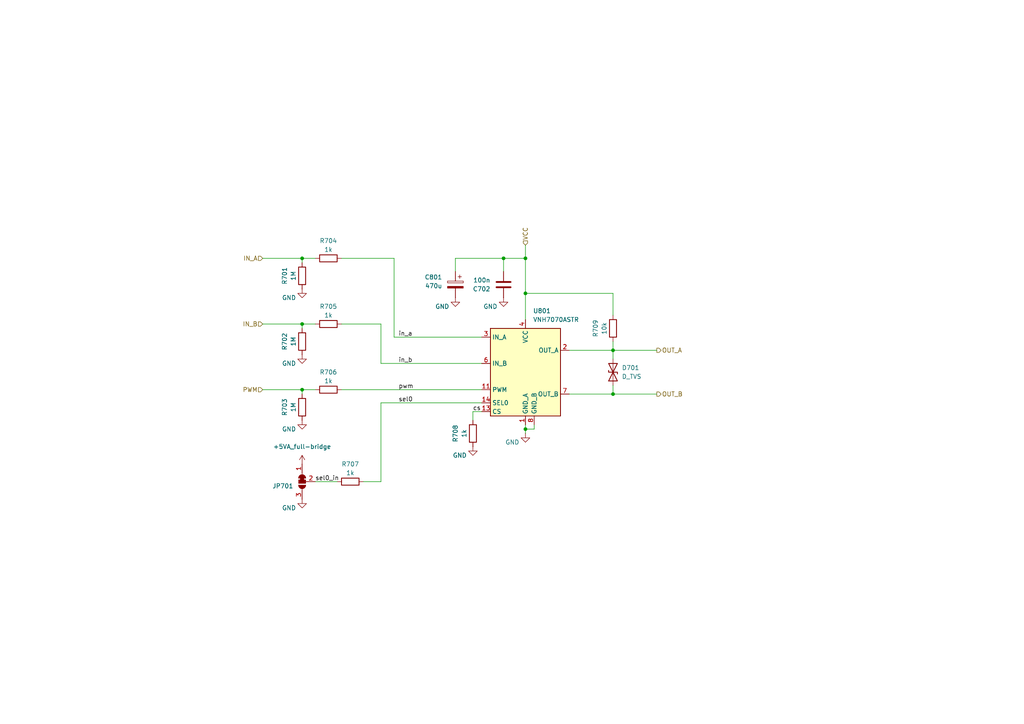
<source format=kicad_sch>
(kicad_sch
	(version 20231120)
	(generator "eeschema")
	(generator_version "8.0")
	(uuid "d7d94d9e-4789-4f29-bfaa-dfd2a87b9efa")
	(paper "A4")
	(title_block
		(title "Power Supply Sink")
		(date "2025-02-22")
		(rev "1.1.2")
		(company "Open Battery Tester")
		(comment 1 "Full Bridge")
	)
	(lib_symbols
		(symbol "enclosure:+5VA_full-bridge"
			(power)
			(pin_numbers hide)
			(pin_names
				(offset 0) hide)
			(exclude_from_sim no)
			(in_bom yes)
			(on_board yes)
			(property "Reference" "#PWR"
				(at 0 -3.81 0)
				(effects
					(font
						(size 1.27 1.27)
					)
					(hide yes)
				)
			)
			(property "Value" "+5VA_full-bridge"
				(at 0 3.556 0)
				(effects
					(font
						(size 1.27 1.27)
					)
				)
			)
			(property "Footprint" ""
				(at 0 0 0)
				(effects
					(font
						(size 1.27 1.27)
					)
					(hide yes)
				)
			)
			(property "Datasheet" ""
				(at 0 0 0)
				(effects
					(font
						(size 1.27 1.27)
					)
					(hide yes)
				)
			)
			(property "Description" ""
				(at 0 0 0)
				(effects
					(font
						(size 1.27 1.27)
					)
					(hide yes)
				)
			)
			(property "ki_keywords" "global power"
				(at 0 0 0)
				(effects
					(font
						(size 1.27 1.27)
					)
					(hide yes)
				)
			)
			(symbol "+5VA_full-bridge_0_1"
				(polyline
					(pts
						(xy -0.762 1.27) (xy 0 2.54)
					)
					(stroke
						(width 0)
						(type default)
					)
					(fill
						(type none)
					)
				)
				(polyline
					(pts
						(xy 0 0) (xy 0 2.54)
					)
					(stroke
						(width 0)
						(type default)
					)
					(fill
						(type none)
					)
				)
				(polyline
					(pts
						(xy 0 2.54) (xy 0.762 1.27)
					)
					(stroke
						(width 0)
						(type default)
					)
					(fill
						(type none)
					)
				)
			)
			(symbol "+5VA_full-bridge_1_1"
				(pin power_in line
					(at 0 0 90)
					(length 0)
					(name "~"
						(effects
							(font
								(size 1.27 1.27)
							)
						)
					)
					(number "1"
						(effects
							(font
								(size 1.27 1.27)
							)
						)
					)
				)
			)
		)
		(symbol "enclosure:C"
			(pin_numbers hide)
			(pin_names
				(offset 0.254)
			)
			(exclude_from_sim no)
			(in_bom yes)
			(on_board yes)
			(property "Reference" "C"
				(at 0.635 2.54 0)
				(effects
					(font
						(size 1.27 1.27)
					)
					(justify left)
				)
			)
			(property "Value" "C"
				(at 0.635 -2.54 0)
				(effects
					(font
						(size 1.27 1.27)
					)
					(justify left)
				)
			)
			(property "Footprint" ""
				(at 0.9652 -3.81 0)
				(effects
					(font
						(size 1.27 1.27)
					)
					(hide yes)
				)
			)
			(property "Datasheet" "~"
				(at 0 0 0)
				(effects
					(font
						(size 1.27 1.27)
					)
					(hide yes)
				)
			)
			(property "Description" "Unpolarized capacitor"
				(at 0 0 0)
				(effects
					(font
						(size 1.27 1.27)
					)
					(hide yes)
				)
			)
			(property "ki_keywords" "cap capacitor"
				(at 0 0 0)
				(effects
					(font
						(size 1.27 1.27)
					)
					(hide yes)
				)
			)
			(property "ki_fp_filters" "C_*"
				(at 0 0 0)
				(effects
					(font
						(size 1.27 1.27)
					)
					(hide yes)
				)
			)
			(symbol "C_0_1"
				(polyline
					(pts
						(xy -2.032 -0.762) (xy 2.032 -0.762)
					)
					(stroke
						(width 0.508)
						(type default)
					)
					(fill
						(type none)
					)
				)
				(polyline
					(pts
						(xy -2.032 0.762) (xy 2.032 0.762)
					)
					(stroke
						(width 0.508)
						(type default)
					)
					(fill
						(type none)
					)
				)
			)
			(symbol "C_1_1"
				(pin passive line
					(at 0 3.81 270)
					(length 2.794)
					(name "~"
						(effects
							(font
								(size 1.27 1.27)
							)
						)
					)
					(number "1"
						(effects
							(font
								(size 1.27 1.27)
							)
						)
					)
				)
				(pin passive line
					(at 0 -3.81 90)
					(length 2.794)
					(name "~"
						(effects
							(font
								(size 1.27 1.27)
							)
						)
					)
					(number "2"
						(effects
							(font
								(size 1.27 1.27)
							)
						)
					)
				)
			)
		)
		(symbol "enclosure:C_Polarized"
			(pin_numbers hide)
			(pin_names
				(offset 0.254)
			)
			(exclude_from_sim no)
			(in_bom yes)
			(on_board yes)
			(property "Reference" "C"
				(at 0.635 2.54 0)
				(effects
					(font
						(size 1.27 1.27)
					)
					(justify left)
				)
			)
			(property "Value" "C_Polarized"
				(at 0.635 -2.54 0)
				(effects
					(font
						(size 1.27 1.27)
					)
					(justify left)
				)
			)
			(property "Footprint" ""
				(at 0.9652 -3.81 0)
				(effects
					(font
						(size 1.27 1.27)
					)
					(hide yes)
				)
			)
			(property "Datasheet" "~"
				(at 0 0 0)
				(effects
					(font
						(size 1.27 1.27)
					)
					(hide yes)
				)
			)
			(property "Description" "Polarized capacitor"
				(at 0 0 0)
				(effects
					(font
						(size 1.27 1.27)
					)
					(hide yes)
				)
			)
			(property "ki_keywords" "cap capacitor"
				(at 0 0 0)
				(effects
					(font
						(size 1.27 1.27)
					)
					(hide yes)
				)
			)
			(property "ki_fp_filters" "CP_*"
				(at 0 0 0)
				(effects
					(font
						(size 1.27 1.27)
					)
					(hide yes)
				)
			)
			(symbol "C_Polarized_0_1"
				(rectangle
					(start -2.286 -0.508)
					(end 2.286 -1.016)
					(stroke
						(width 0)
						(type default)
					)
					(fill
						(type outline)
					)
				)
				(rectangle
					(start -2.286 0.508)
					(end 2.286 1.016)
					(stroke
						(width 0)
						(type default)
					)
					(fill
						(type none)
					)
				)
				(polyline
					(pts
						(xy -1.778 2.286) (xy -0.762 2.286)
					)
					(stroke
						(width 0)
						(type default)
					)
					(fill
						(type none)
					)
				)
				(polyline
					(pts
						(xy -1.27 2.794) (xy -1.27 1.778)
					)
					(stroke
						(width 0)
						(type default)
					)
					(fill
						(type none)
					)
				)
			)
			(symbol "C_Polarized_1_1"
				(pin passive line
					(at 0 3.81 270)
					(length 2.794)
					(name "~"
						(effects
							(font
								(size 1.27 1.27)
							)
						)
					)
					(number "1"
						(effects
							(font
								(size 1.27 1.27)
							)
						)
					)
				)
				(pin passive line
					(at 0 -3.81 90)
					(length 2.794)
					(name "~"
						(effects
							(font
								(size 1.27 1.27)
							)
						)
					)
					(number "2"
						(effects
							(font
								(size 1.27 1.27)
							)
						)
					)
				)
			)
		)
		(symbol "enclosure:D_TVS"
			(pin_numbers hide)
			(pin_names
				(offset 1.016) hide)
			(exclude_from_sim no)
			(in_bom yes)
			(on_board yes)
			(property "Reference" "D"
				(at 0 2.54 0)
				(effects
					(font
						(size 1.27 1.27)
					)
				)
			)
			(property "Value" "D_TVS"
				(at 0 -2.54 0)
				(effects
					(font
						(size 1.27 1.27)
					)
				)
			)
			(property "Footprint" ""
				(at 0 0 0)
				(effects
					(font
						(size 1.27 1.27)
					)
					(hide yes)
				)
			)
			(property "Datasheet" "~"
				(at 0 0 0)
				(effects
					(font
						(size 1.27 1.27)
					)
					(hide yes)
				)
			)
			(property "Description" "Bidirectional transient-voltage-suppression diode"
				(at 0 0 0)
				(effects
					(font
						(size 1.27 1.27)
					)
					(hide yes)
				)
			)
			(property "ki_keywords" "diode TVS thyrector"
				(at 0 0 0)
				(effects
					(font
						(size 1.27 1.27)
					)
					(hide yes)
				)
			)
			(property "ki_fp_filters" "TO-???* *_Diode_* *SingleDiode* D_*"
				(at 0 0 0)
				(effects
					(font
						(size 1.27 1.27)
					)
					(hide yes)
				)
			)
			(symbol "D_TVS_0_1"
				(polyline
					(pts
						(xy 1.27 0) (xy -1.27 0)
					)
					(stroke
						(width 0)
						(type default)
					)
					(fill
						(type none)
					)
				)
				(polyline
					(pts
						(xy 0.508 1.27) (xy 0 1.27) (xy 0 -1.27) (xy -0.508 -1.27)
					)
					(stroke
						(width 0.254)
						(type default)
					)
					(fill
						(type none)
					)
				)
				(polyline
					(pts
						(xy -2.54 1.27) (xy -2.54 -1.27) (xy 2.54 1.27) (xy 2.54 -1.27) (xy -2.54 1.27)
					)
					(stroke
						(width 0.254)
						(type default)
					)
					(fill
						(type none)
					)
				)
			)
			(symbol "D_TVS_1_1"
				(pin passive line
					(at -3.81 0 0)
					(length 2.54)
					(name "A1"
						(effects
							(font
								(size 1.27 1.27)
							)
						)
					)
					(number "1"
						(effects
							(font
								(size 1.27 1.27)
							)
						)
					)
				)
				(pin passive line
					(at 3.81 0 180)
					(length 2.54)
					(name "A2"
						(effects
							(font
								(size 1.27 1.27)
							)
						)
					)
					(number "2"
						(effects
							(font
								(size 1.27 1.27)
							)
						)
					)
				)
			)
		)
		(symbol "enclosure:GND"
			(power)
			(pin_numbers hide)
			(pin_names
				(offset 0) hide)
			(exclude_from_sim no)
			(in_bom yes)
			(on_board yes)
			(property "Reference" "#PWR"
				(at 0 -6.35 0)
				(effects
					(font
						(size 1.27 1.27)
					)
					(hide yes)
				)
			)
			(property "Value" "GND"
				(at 0 -3.81 0)
				(effects
					(font
						(size 1.27 1.27)
					)
				)
			)
			(property "Footprint" ""
				(at 0 0 0)
				(effects
					(font
						(size 1.27 1.27)
					)
					(hide yes)
				)
			)
			(property "Datasheet" ""
				(at 0 0 0)
				(effects
					(font
						(size 1.27 1.27)
					)
					(hide yes)
				)
			)
			(property "Description" "Power symbol creates a global label with name \"GND\" , ground"
				(at 0 0 0)
				(effects
					(font
						(size 1.27 1.27)
					)
					(hide yes)
				)
			)
			(property "ki_keywords" "global power"
				(at 0 0 0)
				(effects
					(font
						(size 1.27 1.27)
					)
					(hide yes)
				)
			)
			(symbol "GND_0_1"
				(polyline
					(pts
						(xy 0 0) (xy 0 -1.27) (xy 1.27 -1.27) (xy 0 -2.54) (xy -1.27 -1.27) (xy 0 -1.27)
					)
					(stroke
						(width 0)
						(type default)
					)
					(fill
						(type none)
					)
				)
			)
			(symbol "GND_1_1"
				(pin power_in line
					(at 0 0 270)
					(length 0)
					(name "~"
						(effects
							(font
								(size 1.27 1.27)
							)
						)
					)
					(number "1"
						(effects
							(font
								(size 1.27 1.27)
							)
						)
					)
				)
			)
		)
		(symbol "enclosure:R"
			(pin_numbers hide)
			(pin_names
				(offset 0)
			)
			(exclude_from_sim no)
			(in_bom yes)
			(on_board yes)
			(property "Reference" "R"
				(at 2.032 0 90)
				(effects
					(font
						(size 1.27 1.27)
					)
				)
			)
			(property "Value" "R"
				(at 0 0 90)
				(effects
					(font
						(size 1.27 1.27)
					)
				)
			)
			(property "Footprint" ""
				(at -1.778 0 90)
				(effects
					(font
						(size 1.27 1.27)
					)
					(hide yes)
				)
			)
			(property "Datasheet" "~"
				(at 0 0 0)
				(effects
					(font
						(size 1.27 1.27)
					)
					(hide yes)
				)
			)
			(property "Description" "Resistor"
				(at 0 0 0)
				(effects
					(font
						(size 1.27 1.27)
					)
					(hide yes)
				)
			)
			(property "ki_keywords" "R res resistor"
				(at 0 0 0)
				(effects
					(font
						(size 1.27 1.27)
					)
					(hide yes)
				)
			)
			(property "ki_fp_filters" "R_*"
				(at 0 0 0)
				(effects
					(font
						(size 1.27 1.27)
					)
					(hide yes)
				)
			)
			(symbol "R_0_1"
				(rectangle
					(start -1.016 -2.54)
					(end 1.016 2.54)
					(stroke
						(width 0.254)
						(type default)
					)
					(fill
						(type none)
					)
				)
			)
			(symbol "R_1_1"
				(pin passive line
					(at 0 3.81 270)
					(length 1.27)
					(name "~"
						(effects
							(font
								(size 1.27 1.27)
							)
						)
					)
					(number "1"
						(effects
							(font
								(size 1.27 1.27)
							)
						)
					)
				)
				(pin passive line
					(at 0 -3.81 90)
					(length 1.27)
					(name "~"
						(effects
							(font
								(size 1.27 1.27)
							)
						)
					)
					(number "2"
						(effects
							(font
								(size 1.27 1.27)
							)
						)
					)
				)
			)
		)
		(symbol "enclosure:SolderJumper_3_Bridged12"
			(pin_names
				(offset 0) hide)
			(exclude_from_sim yes)
			(in_bom no)
			(on_board yes)
			(property "Reference" "JP"
				(at -2.54 -2.54 0)
				(effects
					(font
						(size 1.27 1.27)
					)
				)
			)
			(property "Value" "SolderJumper_3_Bridged12"
				(at 0 2.794 0)
				(effects
					(font
						(size 1.27 1.27)
					)
				)
			)
			(property "Footprint" ""
				(at 0 0 0)
				(effects
					(font
						(size 1.27 1.27)
					)
					(hide yes)
				)
			)
			(property "Datasheet" "~"
				(at 0 0 0)
				(effects
					(font
						(size 1.27 1.27)
					)
					(hide yes)
				)
			)
			(property "Description" "3-pole Solder Jumper, pins 1+2 closed/bridged"
				(at 0 0 0)
				(effects
					(font
						(size 1.27 1.27)
					)
					(hide yes)
				)
			)
			(property "ki_keywords" "Solder Jumper SPDT"
				(at 0 0 0)
				(effects
					(font
						(size 1.27 1.27)
					)
					(hide yes)
				)
			)
			(property "ki_fp_filters" "SolderJumper*Bridged12*"
				(at 0 0 0)
				(effects
					(font
						(size 1.27 1.27)
					)
					(hide yes)
				)
			)
			(symbol "SolderJumper_3_Bridged12_0_1"
				(rectangle
					(start -1.016 0.508)
					(end -0.508 -0.508)
					(stroke
						(width 0)
						(type default)
					)
					(fill
						(type outline)
					)
				)
				(arc
					(start -1.016 1.016)
					(mid -2.0276 0)
					(end -1.016 -1.016)
					(stroke
						(width 0)
						(type default)
					)
					(fill
						(type none)
					)
				)
				(arc
					(start -1.016 1.016)
					(mid -2.0276 0)
					(end -1.016 -1.016)
					(stroke
						(width 0)
						(type default)
					)
					(fill
						(type outline)
					)
				)
				(rectangle
					(start -0.508 1.016)
					(end 0.508 -1.016)
					(stroke
						(width 0)
						(type default)
					)
					(fill
						(type outline)
					)
				)
				(polyline
					(pts
						(xy -2.54 0) (xy -2.032 0)
					)
					(stroke
						(width 0)
						(type default)
					)
					(fill
						(type none)
					)
				)
				(polyline
					(pts
						(xy -1.016 1.016) (xy -1.016 -1.016)
					)
					(stroke
						(width 0)
						(type default)
					)
					(fill
						(type none)
					)
				)
				(polyline
					(pts
						(xy 0 -1.27) (xy 0 -1.016)
					)
					(stroke
						(width 0)
						(type default)
					)
					(fill
						(type none)
					)
				)
				(polyline
					(pts
						(xy 1.016 1.016) (xy 1.016 -1.016)
					)
					(stroke
						(width 0)
						(type default)
					)
					(fill
						(type none)
					)
				)
				(polyline
					(pts
						(xy 2.54 0) (xy 2.032 0)
					)
					(stroke
						(width 0)
						(type default)
					)
					(fill
						(type none)
					)
				)
				(arc
					(start 1.016 -1.016)
					(mid 2.0276 0)
					(end 1.016 1.016)
					(stroke
						(width 0)
						(type default)
					)
					(fill
						(type none)
					)
				)
				(arc
					(start 1.016 -1.016)
					(mid 2.0276 0)
					(end 1.016 1.016)
					(stroke
						(width 0)
						(type default)
					)
					(fill
						(type outline)
					)
				)
			)
			(symbol "SolderJumper_3_Bridged12_1_1"
				(pin passive line
					(at -5.08 0 0)
					(length 2.54)
					(name "A"
						(effects
							(font
								(size 1.27 1.27)
							)
						)
					)
					(number "1"
						(effects
							(font
								(size 1.27 1.27)
							)
						)
					)
				)
				(pin passive line
					(at 0 -3.81 90)
					(length 2.54)
					(name "C"
						(effects
							(font
								(size 1.27 1.27)
							)
						)
					)
					(number "2"
						(effects
							(font
								(size 1.27 1.27)
							)
						)
					)
				)
				(pin passive line
					(at 5.08 0 180)
					(length 2.54)
					(name "B"
						(effects
							(font
								(size 1.27 1.27)
							)
						)
					)
					(number "3"
						(effects
							(font
								(size 1.27 1.27)
							)
						)
					)
				)
			)
		)
		(symbol "enclosure:VNH7070ASTR"
			(exclude_from_sim no)
			(in_bom yes)
			(on_board yes)
			(property "Reference" "U"
				(at -7.62 13.97 0)
				(effects
					(font
						(size 1.27 1.27)
					)
				)
			)
			(property "Value" "VNH7070ASTR"
				(at 12.7 13.97 0)
				(effects
					(font
						(size 1.27 1.27)
					)
				)
			)
			(property "Footprint" "Package_SO:SO-16_3.9x9.9mm_P1.27mm"
				(at 0 -34.29 0)
				(effects
					(font
						(size 1.27 1.27)
					)
					(hide yes)
				)
			)
			(property "Datasheet" "./datasheet/vnh7070as.pdf"
				(at -2.54 -31.115 0)
				(effects
					(font
						(size 1.27 1.27)
					)
					(hide yes)
				)
			)
			(property "Description" "Full Bridge Motor Driver, 41V, 15A, -40 to 150C, SO-16N"
				(at 0 -37.465 0)
				(effects
					(font
						(size 1.27 1.27)
					)
					(hide yes)
				)
			)
			(property "ki_keywords" "full-bridge h-bridge"
				(at 0 0 0)
				(effects
					(font
						(size 1.27 1.27)
					)
					(hide yes)
				)
			)
			(symbol "VNH7070ASTR_0_0"
				(pin power_in line
					(at 0 -15.24 90)
					(length 2.54)
					(name "GND_A"
						(effects
							(font
								(size 1.27 1.27)
							)
						)
					)
					(number "1"
						(effects
							(font
								(size 1.27 1.27)
							)
						)
					)
				)
				(pin passive non_logic
					(at 12.7 -6.35 180)
					(length 2.54) hide
					(name "OUT_B"
						(effects
							(font
								(size 1.27 1.27)
							)
						)
					)
					(number "10"
						(effects
							(font
								(size 1.27 1.27)
							)
						)
					)
				)
				(pin input line
					(at -12.7 -5.08 0)
					(length 2.54)
					(name "PWM"
						(effects
							(font
								(size 1.27 1.27)
							)
						)
					)
					(number "11"
						(effects
							(font
								(size 1.27 1.27)
							)
						)
					)
				)
				(pin passive non_logic
					(at 0 15.24 270)
					(length 2.54) hide
					(name "VCC"
						(effects
							(font
								(size 1.27 1.27)
							)
						)
					)
					(number "12"
						(effects
							(font
								(size 1.27 1.27)
							)
						)
					)
				)
				(pin input line
					(at -12.7 -11.43 0)
					(length 2.54)
					(name "CS"
						(effects
							(font
								(size 1.27 1.27)
							)
						)
					)
					(number "13"
						(effects
							(font
								(size 1.27 1.27)
							)
						)
					)
				)
				(pin input line
					(at -12.7 -8.89 0)
					(length 2.54)
					(name "SEL0"
						(effects
							(font
								(size 1.27 1.27)
							)
						)
					)
					(number "14"
						(effects
							(font
								(size 1.27 1.27)
							)
						)
					)
				)
				(pin passive non_logic
					(at 12.7 6.35 180)
					(length 2.54) hide
					(name "OUT_A"
						(effects
							(font
								(size 1.27 1.27)
							)
						)
					)
					(number "15"
						(effects
							(font
								(size 1.27 1.27)
							)
						)
					)
				)
				(pin passive non_logic
					(at 0 -15.24 90)
					(length 2.54) hide
					(name "GND_A"
						(effects
							(font
								(size 1.27 1.27)
							)
						)
					)
					(number "16"
						(effects
							(font
								(size 1.27 1.27)
							)
						)
					)
				)
				(pin output line
					(at 12.7 6.35 180)
					(length 2.54)
					(name "OUT_A"
						(effects
							(font
								(size 1.27 1.27)
							)
						)
					)
					(number "2"
						(effects
							(font
								(size 1.27 1.27)
							)
						)
					)
				)
				(pin input line
					(at -12.7 10.16 0)
					(length 2.54)
					(name "IN_A"
						(effects
							(font
								(size 1.27 1.27)
							)
						)
					)
					(number "3"
						(effects
							(font
								(size 1.27 1.27)
							)
						)
					)
				)
				(pin power_in line
					(at 0 15.24 270)
					(length 2.54)
					(name "VCC"
						(effects
							(font
								(size 1.27 1.27)
							)
						)
					)
					(number "4"
						(effects
							(font
								(size 1.27 1.27)
							)
						)
					)
				)
				(pin passive non_logic
					(at 0 15.24 270)
					(length 2.54) hide
					(name "VCC"
						(effects
							(font
								(size 1.27 1.27)
							)
						)
					)
					(number "5"
						(effects
							(font
								(size 1.27 1.27)
							)
						)
					)
				)
				(pin input line
					(at -12.7 2.54 0)
					(length 2.54)
					(name "IN_B"
						(effects
							(font
								(size 1.27 1.27)
							)
						)
					)
					(number "6"
						(effects
							(font
								(size 1.27 1.27)
							)
						)
					)
				)
				(pin output line
					(at 12.7 -6.35 180)
					(length 2.54)
					(name "OUT_B"
						(effects
							(font
								(size 1.27 1.27)
							)
						)
					)
					(number "7"
						(effects
							(font
								(size 1.27 1.27)
							)
						)
					)
				)
				(pin power_in line
					(at 2.54 -15.24 90)
					(length 2.54)
					(name "GND_B"
						(effects
							(font
								(size 1.27 1.27)
							)
						)
					)
					(number "8"
						(effects
							(font
								(size 1.27 1.27)
							)
						)
					)
				)
				(pin passive non_logic
					(at 2.54 -15.24 90)
					(length 2.54) hide
					(name "GND_B"
						(effects
							(font
								(size 1.27 1.27)
							)
						)
					)
					(number "9"
						(effects
							(font
								(size 1.27 1.27)
							)
						)
					)
				)
			)
			(symbol "VNH7070ASTR_0_1"
				(rectangle
					(start -10.16 12.7)
					(end 10.16 -12.7)
					(stroke
						(width 0.254)
						(type default)
					)
					(fill
						(type background)
					)
				)
			)
		)
	)
	(junction
		(at 87.63 113.03)
		(diameter 0)
		(color 0 0 0 0)
		(uuid "00034379-1479-4f5d-a553-dc33d464dc53")
	)
	(junction
		(at 146.05 74.93)
		(diameter 0)
		(color 0 0 0 0)
		(uuid "08799115-cd55-45ca-a9ed-5463f67c7fdf")
	)
	(junction
		(at 87.63 93.98)
		(diameter 0)
		(color 0 0 0 0)
		(uuid "16e69dd2-0187-4754-a713-b5aaba514bfb")
	)
	(junction
		(at 152.4 85.09)
		(diameter 0)
		(color 0 0 0 0)
		(uuid "2c426019-ed4d-485d-abf0-3f3fe8a7dfc0")
	)
	(junction
		(at 177.8 101.6)
		(diameter 0)
		(color 0 0 0 0)
		(uuid "2f893321-311a-4c2b-898c-e096ac4fb57f")
	)
	(junction
		(at 87.63 74.93)
		(diameter 0)
		(color 0 0 0 0)
		(uuid "54922374-bb31-4b9d-9455-4b7ddd53d6c9")
	)
	(junction
		(at 152.4 74.93)
		(diameter 0)
		(color 0 0 0 0)
		(uuid "7c99fe52-be87-4476-a5e1-cd61fccf2418")
	)
	(junction
		(at 152.4 124.46)
		(diameter 0)
		(color 0 0 0 0)
		(uuid "caec9a2b-2fd3-49b5-83a7-c8a50a355aa5")
	)
	(junction
		(at 177.8 114.3)
		(diameter 0)
		(color 0 0 0 0)
		(uuid "f4c7e4b3-a5ba-4bc8-91ea-e032cc144844")
	)
	(wire
		(pts
			(xy 152.4 124.46) (xy 152.4 125.73)
		)
		(stroke
			(width 0)
			(type default)
		)
		(uuid "0c42de1c-28ed-48b9-84da-0ecb7061cb48")
	)
	(wire
		(pts
			(xy 76.2 93.98) (xy 87.63 93.98)
		)
		(stroke
			(width 0)
			(type default)
		)
		(uuid "1274207e-0a57-438f-af80-f980563e50e0")
	)
	(wire
		(pts
			(xy 177.8 101.6) (xy 177.8 99.06)
		)
		(stroke
			(width 0)
			(type default)
		)
		(uuid "21d6a3b4-e91d-4c99-8cf7-f8666614c5ef")
	)
	(wire
		(pts
			(xy 132.08 74.93) (xy 146.05 74.93)
		)
		(stroke
			(width 0)
			(type default)
		)
		(uuid "231093c1-0527-43b5-95df-ecd45dab72b7")
	)
	(wire
		(pts
			(xy 114.3 74.93) (xy 114.3 97.79)
		)
		(stroke
			(width 0)
			(type default)
		)
		(uuid "231378fa-095c-485b-8288-7245d3e3e2af")
	)
	(wire
		(pts
			(xy 87.63 113.03) (xy 91.44 113.03)
		)
		(stroke
			(width 0)
			(type default)
		)
		(uuid "241b0e0d-47b3-46f2-929d-49e7ca43528a")
	)
	(wire
		(pts
			(xy 139.7 119.38) (xy 137.16 119.38)
		)
		(stroke
			(width 0)
			(type default)
		)
		(uuid "249c4f48-c298-4324-abb2-dc0747b4f367")
	)
	(wire
		(pts
			(xy 137.16 119.38) (xy 137.16 121.92)
		)
		(stroke
			(width 0)
			(type default)
		)
		(uuid "24f3dcc6-3753-4a94-83bc-2287b2f73e1b")
	)
	(wire
		(pts
			(xy 177.8 101.6) (xy 177.8 104.14)
		)
		(stroke
			(width 0)
			(type default)
		)
		(uuid "2d3e1965-55dc-4b07-bd93-5ee4f7c8a013")
	)
	(wire
		(pts
			(xy 165.1 114.3) (xy 177.8 114.3)
		)
		(stroke
			(width 0)
			(type default)
		)
		(uuid "44c7b7d7-fd08-472c-8e27-2b6c8f1750da")
	)
	(wire
		(pts
			(xy 165.1 101.6) (xy 177.8 101.6)
		)
		(stroke
			(width 0)
			(type default)
		)
		(uuid "4996c878-4faa-4e84-8760-60863021397e")
	)
	(wire
		(pts
			(xy 152.4 92.71) (xy 152.4 85.09)
		)
		(stroke
			(width 0)
			(type default)
		)
		(uuid "4d3a7716-73c8-455d-8d10-4ecce60cf0ba")
	)
	(wire
		(pts
			(xy 87.63 74.93) (xy 87.63 76.2)
		)
		(stroke
			(width 0)
			(type default)
		)
		(uuid "67afc810-8c2f-4e28-b77b-7df079dd2a0e")
	)
	(wire
		(pts
			(xy 114.3 97.79) (xy 139.7 97.79)
		)
		(stroke
			(width 0)
			(type default)
		)
		(uuid "699bceb0-f9d4-4047-9507-99e27b86a394")
	)
	(wire
		(pts
			(xy 87.63 93.98) (xy 87.63 95.25)
		)
		(stroke
			(width 0)
			(type default)
		)
		(uuid "6d30f077-ecc4-4160-bdf2-414d1345e3b3")
	)
	(wire
		(pts
			(xy 99.06 113.03) (xy 139.7 113.03)
		)
		(stroke
			(width 0)
			(type default)
		)
		(uuid "6f5c02b6-fc40-4734-b83a-738fff50bb3a")
	)
	(wire
		(pts
			(xy 99.06 93.98) (xy 110.49 93.98)
		)
		(stroke
			(width 0)
			(type default)
		)
		(uuid "754ed7dc-45d4-41ae-b145-8661ae366580")
	)
	(wire
		(pts
			(xy 152.4 71.12) (xy 152.4 74.93)
		)
		(stroke
			(width 0)
			(type default)
		)
		(uuid "7a09db16-6119-4fe1-93e1-2b4df04952a9")
	)
	(wire
		(pts
			(xy 110.49 105.41) (xy 139.7 105.41)
		)
		(stroke
			(width 0)
			(type default)
		)
		(uuid "84af0203-16d3-48b3-9fb2-6e0d2525dd55")
	)
	(wire
		(pts
			(xy 87.63 74.93) (xy 91.44 74.93)
		)
		(stroke
			(width 0)
			(type default)
		)
		(uuid "880b97e9-0f0f-40c6-ad69-1250c579b89b")
	)
	(wire
		(pts
			(xy 154.94 123.19) (xy 154.94 124.46)
		)
		(stroke
			(width 0)
			(type default)
		)
		(uuid "910f9be7-a5ed-4e43-945c-6cf5f82c63b7")
	)
	(wire
		(pts
			(xy 146.05 74.93) (xy 146.05 78.74)
		)
		(stroke
			(width 0)
			(type default)
		)
		(uuid "9b4b61c5-49cf-44d3-abd1-d58d3df655cf")
	)
	(wire
		(pts
			(xy 152.4 123.19) (xy 152.4 124.46)
		)
		(stroke
			(width 0)
			(type default)
		)
		(uuid "a2454956-12cb-425b-adf7-9f5c33ad6cbf")
	)
	(wire
		(pts
			(xy 76.2 74.93) (xy 87.63 74.93)
		)
		(stroke
			(width 0)
			(type default)
		)
		(uuid "a852c23e-16d9-46f8-875d-2e9f077cdfeb")
	)
	(wire
		(pts
			(xy 76.2 113.03) (xy 87.63 113.03)
		)
		(stroke
			(width 0)
			(type default)
		)
		(uuid "a8c553d1-0cd0-4bc1-a296-6e691c20fdc1")
	)
	(wire
		(pts
			(xy 99.06 74.93) (xy 114.3 74.93)
		)
		(stroke
			(width 0)
			(type default)
		)
		(uuid "ab71dcfb-8930-4f3c-839b-181f415d3959")
	)
	(wire
		(pts
			(xy 87.63 114.3) (xy 87.63 113.03)
		)
		(stroke
			(width 0)
			(type default)
		)
		(uuid "b3aed5b7-c6be-4e7d-8cfb-0137fa7c5800")
	)
	(wire
		(pts
			(xy 177.8 111.76) (xy 177.8 114.3)
		)
		(stroke
			(width 0)
			(type default)
		)
		(uuid "b7c29e49-dfb2-4352-b02a-fd003e90c566")
	)
	(wire
		(pts
			(xy 97.79 139.7) (xy 91.44 139.7)
		)
		(stroke
			(width 0)
			(type default)
		)
		(uuid "b8e13120-e909-417c-b652-354120b78aa6")
	)
	(wire
		(pts
			(xy 177.8 91.44) (xy 177.8 85.09)
		)
		(stroke
			(width 0)
			(type default)
		)
		(uuid "bac34aa0-d3cb-4500-a77c-38ea5e224bb7")
	)
	(wire
		(pts
			(xy 110.49 139.7) (xy 110.49 116.84)
		)
		(stroke
			(width 0)
			(type default)
		)
		(uuid "bb995e8f-2c67-4c71-a447-00ab47cc6daa")
	)
	(wire
		(pts
			(xy 132.08 78.74) (xy 132.08 74.93)
		)
		(stroke
			(width 0)
			(type default)
		)
		(uuid "c0c01d2c-d0b7-446f-8662-78954cec15ee")
	)
	(wire
		(pts
			(xy 177.8 85.09) (xy 152.4 85.09)
		)
		(stroke
			(width 0)
			(type default)
		)
		(uuid "c2425943-1dd4-4bb2-a8f9-564a20db6659")
	)
	(wire
		(pts
			(xy 177.8 101.6) (xy 190.5 101.6)
		)
		(stroke
			(width 0)
			(type default)
		)
		(uuid "c3846b31-4a16-496c-b78d-1e0994460136")
	)
	(wire
		(pts
			(xy 110.49 93.98) (xy 110.49 105.41)
		)
		(stroke
			(width 0)
			(type default)
		)
		(uuid "cc395688-3f56-49d6-b18d-4516c381e334")
	)
	(wire
		(pts
			(xy 105.41 139.7) (xy 110.49 139.7)
		)
		(stroke
			(width 0)
			(type default)
		)
		(uuid "cde488a2-3065-4262-9e61-9b8bc7dd79fa")
	)
	(wire
		(pts
			(xy 152.4 74.93) (xy 146.05 74.93)
		)
		(stroke
			(width 0)
			(type default)
		)
		(uuid "d91d021b-7077-4843-a78f-2d023edf377a")
	)
	(wire
		(pts
			(xy 110.49 116.84) (xy 139.7 116.84)
		)
		(stroke
			(width 0)
			(type default)
		)
		(uuid "dd632247-8fca-4426-b581-bb190e04b526")
	)
	(wire
		(pts
			(xy 87.63 93.98) (xy 91.44 93.98)
		)
		(stroke
			(width 0)
			(type default)
		)
		(uuid "ec422791-54ca-4542-8267-c8f0990283b3")
	)
	(wire
		(pts
			(xy 177.8 114.3) (xy 190.5 114.3)
		)
		(stroke
			(width 0)
			(type default)
		)
		(uuid "f3584f9c-ee9f-4228-9190-d3c83e9feb16")
	)
	(wire
		(pts
			(xy 152.4 85.09) (xy 152.4 74.93)
		)
		(stroke
			(width 0)
			(type default)
		)
		(uuid "fafaf72a-0bc8-4c15-a7fb-f0bcf038b891")
	)
	(wire
		(pts
			(xy 154.94 124.46) (xy 152.4 124.46)
		)
		(stroke
			(width 0)
			(type default)
		)
		(uuid "fcde96a1-ef5e-4b54-9ddc-3866e901827c")
	)
	(label "sel0"
		(at 115.57 116.84 0)
		(fields_autoplaced yes)
		(effects
			(font
				(size 1.27 1.27)
			)
			(justify left bottom)
		)
		(uuid "0fa26706-9602-4748-bb25-c1ce4fe677a2")
	)
	(label "sel0_in"
		(at 91.44 139.7 0)
		(fields_autoplaced yes)
		(effects
			(font
				(size 1.27 1.27)
			)
			(justify left bottom)
		)
		(uuid "6876c13f-d500-4a89-b7db-6986ca928410")
	)
	(label "in_b"
		(at 115.57 105.41 0)
		(fields_autoplaced yes)
		(effects
			(font
				(size 1.27 1.27)
			)
			(justify left bottom)
		)
		(uuid "89e73e10-ee48-48a1-b217-1353f25f5426")
	)
	(label "in_a"
		(at 115.57 97.79 0)
		(fields_autoplaced yes)
		(effects
			(font
				(size 1.27 1.27)
			)
			(justify left bottom)
		)
		(uuid "8b0c2ef5-f38c-4726-b8ac-feffefb4b780")
	)
	(label "pwm"
		(at 115.57 113.03 0)
		(fields_autoplaced yes)
		(effects
			(font
				(size 1.27 1.27)
			)
			(justify left bottom)
		)
		(uuid "8f142d7e-5239-4a45-aa72-14f19bc61b80")
	)
	(label "cs"
		(at 137.16 119.38 0)
		(fields_autoplaced yes)
		(effects
			(font
				(size 1.27 1.27)
			)
			(justify left bottom)
		)
		(uuid "d41e7108-d7b4-4ca3-96e8-fd2d4f345768")
	)
	(hierarchical_label "PWM"
		(shape input)
		(at 76.2 113.03 180)
		(fields_autoplaced yes)
		(effects
			(font
				(size 1.27 1.27)
			)
			(justify right)
		)
		(uuid "055b6f78-604b-44c1-8154-d8d0575dee57")
	)
	(hierarchical_label "IN_A"
		(shape input)
		(at 76.2 74.93 180)
		(fields_autoplaced yes)
		(effects
			(font
				(size 1.27 1.27)
			)
			(justify right)
		)
		(uuid "22cd5b18-4391-4967-9108-d4130b450972")
	)
	(hierarchical_label "IN_B"
		(shape input)
		(at 76.2 93.98 180)
		(fields_autoplaced yes)
		(effects
			(font
				(size 1.27 1.27)
			)
			(justify right)
		)
		(uuid "3325b396-346e-4f1c-87a2-667940a6d350")
	)
	(hierarchical_label "OUT_B"
		(shape output)
		(at 190.5 114.3 0)
		(fields_autoplaced yes)
		(effects
			(font
				(size 1.27 1.27)
			)
			(justify left)
		)
		(uuid "5dc25fd2-9353-4afd-bb87-3be846e00d44")
	)
	(hierarchical_label "VCC"
		(shape input)
		(at 152.4 71.12 90)
		(fields_autoplaced yes)
		(effects
			(font
				(size 1.27 1.27)
			)
			(justify left)
		)
		(uuid "bb8e6221-667c-4100-a0ed-68cc7eb09553")
	)
	(hierarchical_label "OUT_A"
		(shape output)
		(at 190.5 101.6 0)
		(fields_autoplaced yes)
		(effects
			(font
				(size 1.27 1.27)
			)
			(justify left)
		)
		(uuid "e3a6c9bd-2322-47c5-bc7c-fa6948e619ca")
	)
	(symbol
		(lib_id "enclosure:GND")
		(at 137.16 129.54 0)
		(unit 1)
		(exclude_from_sim no)
		(in_bom yes)
		(on_board yes)
		(dnp no)
		(uuid "034a28b4-ebe7-4ae8-b6dc-6a75d916cb37")
		(property "Reference" "#PWR0707"
			(at 137.16 135.89 0)
			(effects
				(font
					(size 1.27 1.27)
				)
				(hide yes)
			)
		)
		(property "Value" "GND"
			(at 133.35 132.08 0)
			(effects
				(font
					(size 1.27 1.27)
				)
			)
		)
		(property "Footprint" ""
			(at 137.16 129.54 0)
			(effects
				(font
					(size 1.27 1.27)
				)
				(hide yes)
			)
		)
		(property "Datasheet" ""
			(at 137.16 129.54 0)
			(effects
				(font
					(size 1.27 1.27)
				)
				(hide yes)
			)
		)
		(property "Description" "Power symbol creates a global label with name \"GND\" , ground"
			(at 137.16 129.54 0)
			(effects
				(font
					(size 1.27 1.27)
				)
				(hide yes)
			)
		)
		(pin "1"
			(uuid "04402532-0c06-4f6c-81fb-b1b9adf813c0")
		)
		(instances
			(project "enclosure"
				(path "/8ec0899b-9d7b-491d-933a-49b74b34a0df/bbda67e3-2151-48ab-90c3-bcc692138389"
					(reference "#PWR0707")
					(unit 1)
				)
				(path "/8ec0899b-9d7b-491d-933a-49b74b34a0df/0b6c8db3-fe41-474c-8239-e75ecc104b72"
					(reference "#PWR0807")
					(unit 1)
				)
				(path "/8ec0899b-9d7b-491d-933a-49b74b34a0df/778c7cc2-ff27-4288-861b-5b98ae270a8f"
					(reference "#PWR0907")
					(unit 1)
				)
			)
		)
	)
	(symbol
		(lib_id "enclosure:GND")
		(at 87.63 83.82 0)
		(unit 1)
		(exclude_from_sim no)
		(in_bom yes)
		(on_board yes)
		(dnp no)
		(uuid "0f990bb7-71dc-419f-b3da-c6506ee24c34")
		(property "Reference" "#PWR0701"
			(at 87.63 90.17 0)
			(effects
				(font
					(size 1.27 1.27)
				)
				(hide yes)
			)
		)
		(property "Value" "GND"
			(at 83.82 86.36 0)
			(effects
				(font
					(size 1.27 1.27)
				)
			)
		)
		(property "Footprint" ""
			(at 87.63 83.82 0)
			(effects
				(font
					(size 1.27 1.27)
				)
				(hide yes)
			)
		)
		(property "Datasheet" ""
			(at 87.63 83.82 0)
			(effects
				(font
					(size 1.27 1.27)
				)
				(hide yes)
			)
		)
		(property "Description" "Power symbol creates a global label with name \"GND\" , ground"
			(at 87.63 83.82 0)
			(effects
				(font
					(size 1.27 1.27)
				)
				(hide yes)
			)
		)
		(pin "1"
			(uuid "c0f1bd7c-68db-4bf8-8715-8f3a0657125e")
		)
		(instances
			(project "enclosure"
				(path "/8ec0899b-9d7b-491d-933a-49b74b34a0df/bbda67e3-2151-48ab-90c3-bcc692138389"
					(reference "#PWR0701")
					(unit 1)
				)
				(path "/8ec0899b-9d7b-491d-933a-49b74b34a0df/0b6c8db3-fe41-474c-8239-e75ecc104b72"
					(reference "#PWR0801")
					(unit 1)
				)
				(path "/8ec0899b-9d7b-491d-933a-49b74b34a0df/778c7cc2-ff27-4288-861b-5b98ae270a8f"
					(reference "#PWR0901")
					(unit 1)
				)
			)
		)
	)
	(symbol
		(lib_id "enclosure:R")
		(at 87.63 118.11 180)
		(unit 1)
		(exclude_from_sim no)
		(in_bom yes)
		(on_board yes)
		(dnp no)
		(uuid "132801d0-b3e3-4d37-a3b3-5d88e491d4b6")
		(property "Reference" "R703"
			(at 82.55 118.11 90)
			(effects
				(font
					(size 1.27 1.27)
				)
			)
		)
		(property "Value" "1M"
			(at 85.09 118.11 90)
			(effects
				(font
					(size 1.27 1.27)
				)
			)
		)
		(property "Footprint" "enclosure:R_1210_3225Metric_Pad1.30x2.65mm_HandSolder"
			(at 89.408 118.11 90)
			(effects
				(font
					(size 1.27 1.27)
				)
				(hide yes)
			)
		)
		(property "Datasheet" "./datasheet/R_SMD_Yageo.pdf"
			(at 87.63 118.11 0)
			(effects
				(font
					(size 1.27 1.27)
				)
				(hide yes)
			)
		)
		(property "Description" "Resistor"
			(at 87.63 118.11 0)
			(effects
				(font
					(size 1.27 1.27)
				)
				(hide yes)
			)
		)
		(property "MPN" "RC1210FR-071ML"
			(at 87.63 118.11 0)
			(effects
				(font
					(size 1.27 1.27)
				)
				(hide yes)
			)
		)
		(property "VPN" "603-RC1210FR-071ML"
			(at 87.63 118.11 0)
			(effects
				(font
					(size 1.27 1.27)
				)
				(hide yes)
			)
		)
		(pin "1"
			(uuid "5ead006b-3b11-4e6a-a255-f0b37208b8b9")
		)
		(pin "2"
			(uuid "5370c23f-6f42-4196-8984-299ea4d013a2")
		)
		(instances
			(project "enclosure"
				(path "/8ec0899b-9d7b-491d-933a-49b74b34a0df/bbda67e3-2151-48ab-90c3-bcc692138389"
					(reference "R703")
					(unit 1)
				)
				(path "/8ec0899b-9d7b-491d-933a-49b74b34a0df/0b6c8db3-fe41-474c-8239-e75ecc104b72"
					(reference "R803")
					(unit 1)
				)
				(path "/8ec0899b-9d7b-491d-933a-49b74b34a0df/778c7cc2-ff27-4288-861b-5b98ae270a8f"
					(reference "R903")
					(unit 1)
				)
			)
		)
	)
	(symbol
		(lib_id "enclosure:GND")
		(at 87.63 102.87 0)
		(unit 1)
		(exclude_from_sim no)
		(in_bom yes)
		(on_board yes)
		(dnp no)
		(uuid "20670ad4-f476-4f4e-af0a-6a68252513ea")
		(property "Reference" "#PWR0702"
			(at 87.63 109.22 0)
			(effects
				(font
					(size 1.27 1.27)
				)
				(hide yes)
			)
		)
		(property "Value" "GND"
			(at 83.82 105.41 0)
			(effects
				(font
					(size 1.27 1.27)
				)
			)
		)
		(property "Footprint" ""
			(at 87.63 102.87 0)
			(effects
				(font
					(size 1.27 1.27)
				)
				(hide yes)
			)
		)
		(property "Datasheet" ""
			(at 87.63 102.87 0)
			(effects
				(font
					(size 1.27 1.27)
				)
				(hide yes)
			)
		)
		(property "Description" "Power symbol creates a global label with name \"GND\" , ground"
			(at 87.63 102.87 0)
			(effects
				(font
					(size 1.27 1.27)
				)
				(hide yes)
			)
		)
		(pin "1"
			(uuid "de42b67f-58aa-4b39-b4fe-e5abe5dabe7a")
		)
		(instances
			(project "enclosure"
				(path "/8ec0899b-9d7b-491d-933a-49b74b34a0df/bbda67e3-2151-48ab-90c3-bcc692138389"
					(reference "#PWR0702")
					(unit 1)
				)
				(path "/8ec0899b-9d7b-491d-933a-49b74b34a0df/0b6c8db3-fe41-474c-8239-e75ecc104b72"
					(reference "#PWR0802")
					(unit 1)
				)
				(path "/8ec0899b-9d7b-491d-933a-49b74b34a0df/778c7cc2-ff27-4288-861b-5b98ae270a8f"
					(reference "#PWR0902")
					(unit 1)
				)
			)
		)
	)
	(symbol
		(lib_id "enclosure:C")
		(at 146.05 82.55 180)
		(unit 1)
		(exclude_from_sim no)
		(in_bom yes)
		(on_board yes)
		(dnp no)
		(uuid "2b919553-be05-4d55-8cc7-db5c2c93151f")
		(property "Reference" "C702"
			(at 142.24 83.8201 0)
			(effects
				(font
					(size 1.27 1.27)
				)
				(justify left)
			)
		)
		(property "Value" "100n"
			(at 142.24 81.2801 0)
			(effects
				(font
					(size 1.27 1.27)
				)
				(justify left)
			)
		)
		(property "Footprint" "enclosure:C_0805_2012Metric_Pad1.18x1.45mm_HandSolder"
			(at 145.0848 78.74 0)
			(effects
				(font
					(size 1.27 1.27)
				)
				(hide yes)
			)
		)
		(property "Datasheet" "./datasheet/C_SMD_X7R_Kemet.pdf"
			(at 146.05 82.55 0)
			(effects
				(font
					(size 1.27 1.27)
				)
				(hide yes)
			)
		)
		(property "Description" "Unpolarized capacitor"
			(at 146.05 82.55 0)
			(effects
				(font
					(size 1.27 1.27)
				)
				(hide yes)
			)
		)
		(property "MPN" "C0805C104K3RACTU"
			(at 146.05 82.55 0)
			(effects
				(font
					(size 1.27 1.27)
				)
				(hide yes)
			)
		)
		(property "VPN" "80-C0805C104K3R"
			(at 146.05 82.55 0)
			(effects
				(font
					(size 1.27 1.27)
				)
				(hide yes)
			)
		)
		(pin "1"
			(uuid "eccf7890-bcb7-4bbc-b44b-c22c44d5eca9")
		)
		(pin "2"
			(uuid "93c80308-9385-4fe8-be18-2b808cbc7fe9")
		)
		(instances
			(project "enclosure"
				(path "/8ec0899b-9d7b-491d-933a-49b74b34a0df/bbda67e3-2151-48ab-90c3-bcc692138389"
					(reference "C702")
					(unit 1)
				)
				(path "/8ec0899b-9d7b-491d-933a-49b74b34a0df/0b6c8db3-fe41-474c-8239-e75ecc104b72"
					(reference "C802")
					(unit 1)
				)
				(path "/8ec0899b-9d7b-491d-933a-49b74b34a0df/778c7cc2-ff27-4288-861b-5b98ae270a8f"
					(reference "C902")
					(unit 1)
				)
			)
		)
	)
	(symbol
		(lib_id "enclosure:R")
		(at 87.63 99.06 180)
		(unit 1)
		(exclude_from_sim no)
		(in_bom yes)
		(on_board yes)
		(dnp no)
		(uuid "2bd4ef4f-df09-465f-89ee-93edf53aedef")
		(property "Reference" "R702"
			(at 82.55 99.06 90)
			(effects
				(font
					(size 1.27 1.27)
				)
			)
		)
		(property "Value" "1M"
			(at 85.09 99.06 90)
			(effects
				(font
					(size 1.27 1.27)
				)
			)
		)
		(property "Footprint" "enclosure:R_1210_3225Metric_Pad1.30x2.65mm_HandSolder"
			(at 89.408 99.06 90)
			(effects
				(font
					(size 1.27 1.27)
				)
				(hide yes)
			)
		)
		(property "Datasheet" "./datasheet/R_SMD_Yageo.pdf"
			(at 87.63 99.06 0)
			(effects
				(font
					(size 1.27 1.27)
				)
				(hide yes)
			)
		)
		(property "Description" "Resistor"
			(at 87.63 99.06 0)
			(effects
				(font
					(size 1.27 1.27)
				)
				(hide yes)
			)
		)
		(property "MPN" "RC1210FR-071ML"
			(at 87.63 99.06 0)
			(effects
				(font
					(size 1.27 1.27)
				)
				(hide yes)
			)
		)
		(property "VPN" "603-RC1210FR-071ML"
			(at 87.63 99.06 0)
			(effects
				(font
					(size 1.27 1.27)
				)
				(hide yes)
			)
		)
		(pin "1"
			(uuid "75d6a5a4-21b7-4f17-9582-d6ffe45248ff")
		)
		(pin "2"
			(uuid "93fe39f5-1d10-4c0d-ba94-afea01fec538")
		)
		(instances
			(project "enclosure"
				(path "/8ec0899b-9d7b-491d-933a-49b74b34a0df/bbda67e3-2151-48ab-90c3-bcc692138389"
					(reference "R702")
					(unit 1)
				)
				(path "/8ec0899b-9d7b-491d-933a-49b74b34a0df/0b6c8db3-fe41-474c-8239-e75ecc104b72"
					(reference "R802")
					(unit 1)
				)
				(path "/8ec0899b-9d7b-491d-933a-49b74b34a0df/778c7cc2-ff27-4288-861b-5b98ae270a8f"
					(reference "R902")
					(unit 1)
				)
			)
		)
	)
	(symbol
		(lib_id "enclosure:C_Polarized")
		(at 132.08 82.55 0)
		(mirror y)
		(unit 1)
		(exclude_from_sim no)
		(in_bom yes)
		(on_board yes)
		(dnp no)
		(uuid "3498445d-da35-4856-9f1e-dad0b6c48aa2")
		(property "Reference" "C801"
			(at 128.27 80.3909 0)
			(effects
				(font
					(size 1.27 1.27)
				)
				(justify left)
			)
		)
		(property "Value" "470u"
			(at 128.27 82.9309 0)
			(effects
				(font
					(size 1.27 1.27)
				)
				(justify left)
			)
		)
		(property "Footprint" "enclosure:CP_Elec_10x10"
			(at 131.1148 86.36 0)
			(effects
				(font
					(size 1.27 1.27)
				)
				(hide yes)
			)
		)
		(property "Datasheet" "./datasheet/NIPC_EMZS.pdf"
			(at 132.08 82.55 0)
			(effects
				(font
					(size 1.27 1.27)
				)
				(hide yes)
			)
		)
		(property "Description" "Polarized capacitor"
			(at 132.08 82.55 0)
			(effects
				(font
					(size 1.27 1.27)
				)
				(hide yes)
			)
		)
		(property "MPN" "EMZS350ARA471MHA0G"
			(at 132.08 82.55 0)
			(effects
				(font
					(size 1.27 1.27)
				)
				(hide yes)
			)
		)
		(property "VPN" "661-EMZS350ARA471MHA"
			(at 132.08 82.55 0)
			(effects
				(font
					(size 1.27 1.27)
				)
				(hide yes)
			)
		)
		(pin "2"
			(uuid "89ea2510-2c30-4e77-a095-e9c37afd9c37")
		)
		(pin "1"
			(uuid "d8e12907-82ac-4a1e-963e-3375c1ba17ae")
		)
		(instances
			(project "enclosure"
				(path "/8ec0899b-9d7b-491d-933a-49b74b34a0df/0b6c8db3-fe41-474c-8239-e75ecc104b72"
					(reference "C801")
					(unit 1)
				)
				(path "/8ec0899b-9d7b-491d-933a-49b74b34a0df/778c7cc2-ff27-4288-861b-5b98ae270a8f"
					(reference "C901")
					(unit 1)
				)
				(path "/8ec0899b-9d7b-491d-933a-49b74b34a0df/bbda67e3-2151-48ab-90c3-bcc692138389"
					(reference "C701")
					(unit 1)
				)
			)
		)
	)
	(symbol
		(lib_id "enclosure:GND")
		(at 87.63 121.92 0)
		(unit 1)
		(exclude_from_sim no)
		(in_bom yes)
		(on_board yes)
		(dnp no)
		(uuid "5b04dfd1-2756-4bad-9973-da5a6c9b99d5")
		(property "Reference" "#PWR0703"
			(at 87.63 128.27 0)
			(effects
				(font
					(size 1.27 1.27)
				)
				(hide yes)
			)
		)
		(property "Value" "GND"
			(at 83.82 124.46 0)
			(effects
				(font
					(size 1.27 1.27)
				)
			)
		)
		(property "Footprint" ""
			(at 87.63 121.92 0)
			(effects
				(font
					(size 1.27 1.27)
				)
				(hide yes)
			)
		)
		(property "Datasheet" ""
			(at 87.63 121.92 0)
			(effects
				(font
					(size 1.27 1.27)
				)
				(hide yes)
			)
		)
		(property "Description" "Power symbol creates a global label with name \"GND\" , ground"
			(at 87.63 121.92 0)
			(effects
				(font
					(size 1.27 1.27)
				)
				(hide yes)
			)
		)
		(pin "1"
			(uuid "a361b9b7-4b14-435b-9c06-81470e317257")
		)
		(instances
			(project "enclosure"
				(path "/8ec0899b-9d7b-491d-933a-49b74b34a0df/bbda67e3-2151-48ab-90c3-bcc692138389"
					(reference "#PWR0703")
					(unit 1)
				)
				(path "/8ec0899b-9d7b-491d-933a-49b74b34a0df/0b6c8db3-fe41-474c-8239-e75ecc104b72"
					(reference "#PWR0803")
					(unit 1)
				)
				(path "/8ec0899b-9d7b-491d-933a-49b74b34a0df/778c7cc2-ff27-4288-861b-5b98ae270a8f"
					(reference "#PWR0903")
					(unit 1)
				)
			)
		)
	)
	(symbol
		(lib_id "enclosure:R")
		(at 95.25 113.03 90)
		(unit 1)
		(exclude_from_sim no)
		(in_bom yes)
		(on_board yes)
		(dnp no)
		(uuid "5d0ca8ba-ba4c-4e09-9308-cb2b96878595")
		(property "Reference" "R706"
			(at 95.25 107.95 90)
			(effects
				(font
					(size 1.27 1.27)
				)
			)
		)
		(property "Value" "1k"
			(at 95.25 110.49 90)
			(effects
				(font
					(size 1.27 1.27)
				)
			)
		)
		(property "Footprint" "enclosure:R_1210_3225Metric_Pad1.30x2.65mm_HandSolder"
			(at 95.25 114.808 90)
			(effects
				(font
					(size 1.27 1.27)
				)
				(hide yes)
			)
		)
		(property "Datasheet" "./datasheet/R_SMD_Yageo.pdf"
			(at 95.25 113.03 0)
			(effects
				(font
					(size 1.27 1.27)
				)
				(hide yes)
			)
		)
		(property "Description" "Resistor"
			(at 95.25 113.03 0)
			(effects
				(font
					(size 1.27 1.27)
				)
				(hide yes)
			)
		)
		(property "MPN" "RC1210FR-071KL"
			(at 95.25 113.03 0)
			(effects
				(font
					(size 1.27 1.27)
				)
				(hide yes)
			)
		)
		(property "VPN" "603-RC1210FR-071KL"
			(at 95.25 113.03 0)
			(effects
				(font
					(size 1.27 1.27)
				)
				(hide yes)
			)
		)
		(pin "1"
			(uuid "f2648c48-06da-4e21-8c41-6e280a7c3a61")
		)
		(pin "2"
			(uuid "4d46e4bf-1e49-4809-b37c-fc77b4669aed")
		)
		(instances
			(project "enclosure"
				(path "/8ec0899b-9d7b-491d-933a-49b74b34a0df/bbda67e3-2151-48ab-90c3-bcc692138389"
					(reference "R706")
					(unit 1)
				)
				(path "/8ec0899b-9d7b-491d-933a-49b74b34a0df/0b6c8db3-fe41-474c-8239-e75ecc104b72"
					(reference "R806")
					(unit 1)
				)
				(path "/8ec0899b-9d7b-491d-933a-49b74b34a0df/778c7cc2-ff27-4288-861b-5b98ae270a8f"
					(reference "R906")
					(unit 1)
				)
			)
		)
	)
	(symbol
		(lib_id "enclosure:+5VA_full-bridge")
		(at 87.63 134.62 0)
		(unit 1)
		(exclude_from_sim no)
		(in_bom yes)
		(on_board yes)
		(dnp no)
		(fields_autoplaced yes)
		(uuid "5e84e8d4-9a1b-4dab-bd9a-7b27d8069286")
		(property "Reference" "#PWR0804"
			(at 87.63 138.43 0)
			(effects
				(font
					(size 1.27 1.27)
				)
				(hide yes)
			)
		)
		(property "Value" "+5VA_full-bridge"
			(at 87.63 129.54 0)
			(effects
				(font
					(size 1.27 1.27)
				)
			)
		)
		(property "Footprint" ""
			(at 87.63 134.62 0)
			(effects
				(font
					(size 1.27 1.27)
				)
				(hide yes)
			)
		)
		(property "Datasheet" ""
			(at 87.63 134.62 0)
			(effects
				(font
					(size 1.27 1.27)
				)
				(hide yes)
			)
		)
		(property "Description" ""
			(at 87.63 134.62 0)
			(effects
				(font
					(size 1.27 1.27)
				)
				(hide yes)
			)
		)
		(pin "1"
			(uuid "d5f9610d-7d27-47ee-aa06-c934e97a156a")
		)
		(instances
			(project "enclosure"
				(path "/8ec0899b-9d7b-491d-933a-49b74b34a0df/0b6c8db3-fe41-474c-8239-e75ecc104b72"
					(reference "#PWR0804")
					(unit 1)
				)
				(path "/8ec0899b-9d7b-491d-933a-49b74b34a0df/778c7cc2-ff27-4288-861b-5b98ae270a8f"
					(reference "#PWR0904")
					(unit 1)
				)
				(path "/8ec0899b-9d7b-491d-933a-49b74b34a0df/bbda67e3-2151-48ab-90c3-bcc692138389"
					(reference "#PWR0704")
					(unit 1)
				)
			)
		)
	)
	(symbol
		(lib_id "enclosure:SolderJumper_3_Bridged12")
		(at 87.63 139.7 90)
		(mirror x)
		(unit 1)
		(exclude_from_sim yes)
		(in_bom no)
		(on_board yes)
		(dnp no)
		(uuid "627616b9-170b-411f-957e-56fb442cafab")
		(property "Reference" "JP701"
			(at 85.09 140.9701 90)
			(effects
				(font
					(size 1.27 1.27)
				)
				(justify left)
			)
		)
		(property "Value" "SolderJumper_3_Bridged12"
			(at 85.09 138.4301 90)
			(effects
				(font
					(size 1.27 1.27)
				)
				(justify left)
				(hide yes)
			)
		)
		(property "Footprint" "enclosure:SolderJumper-3_P1.3mm_Bridged12-Soldermask-Paste_RoundedPad1.0x1.5mm"
			(at 87.63 139.7 0)
			(effects
				(font
					(size 1.27 1.27)
				)
				(hide yes)
			)
		)
		(property "Datasheet" "~"
			(at 87.63 139.7 0)
			(effects
				(font
					(size 1.27 1.27)
				)
				(hide yes)
			)
		)
		(property "Description" "3-pole Solder Jumper, pins 1+2 closed/bridged"
			(at 87.63 139.7 0)
			(effects
				(font
					(size 1.27 1.27)
				)
				(hide yes)
			)
		)
		(pin "1"
			(uuid "b651358d-fcba-4364-b649-8932a724fca8")
		)
		(pin "3"
			(uuid "53ff66ae-cea0-4221-bc2e-e7a40235fdd3")
		)
		(pin "2"
			(uuid "b7f2f68d-8ef7-4f1f-a918-4138f9521f8d")
		)
		(instances
			(project "enclosure"
				(path "/8ec0899b-9d7b-491d-933a-49b74b34a0df/bbda67e3-2151-48ab-90c3-bcc692138389"
					(reference "JP701")
					(unit 1)
				)
				(path "/8ec0899b-9d7b-491d-933a-49b74b34a0df/0b6c8db3-fe41-474c-8239-e75ecc104b72"
					(reference "JP801")
					(unit 1)
				)
				(path "/8ec0899b-9d7b-491d-933a-49b74b34a0df/778c7cc2-ff27-4288-861b-5b98ae270a8f"
					(reference "JP901")
					(unit 1)
				)
			)
		)
	)
	(symbol
		(lib_id "enclosure:GND")
		(at 87.63 144.78 0)
		(unit 1)
		(exclude_from_sim no)
		(in_bom yes)
		(on_board yes)
		(dnp no)
		(uuid "62ca2ff5-4862-406b-80ce-2683c2e3eefd")
		(property "Reference" "#PWR0705"
			(at 87.63 151.13 0)
			(effects
				(font
					(size 1.27 1.27)
				)
				(hide yes)
			)
		)
		(property "Value" "GND"
			(at 83.82 147.32 0)
			(effects
				(font
					(size 1.27 1.27)
				)
			)
		)
		(property "Footprint" ""
			(at 87.63 144.78 0)
			(effects
				(font
					(size 1.27 1.27)
				)
				(hide yes)
			)
		)
		(property "Datasheet" ""
			(at 87.63 144.78 0)
			(effects
				(font
					(size 1.27 1.27)
				)
				(hide yes)
			)
		)
		(property "Description" "Power symbol creates a global label with name \"GND\" , ground"
			(at 87.63 144.78 0)
			(effects
				(font
					(size 1.27 1.27)
				)
				(hide yes)
			)
		)
		(pin "1"
			(uuid "ff7b1564-ece5-4c68-ad28-27a9f1afa27f")
		)
		(instances
			(project "enclosure"
				(path "/8ec0899b-9d7b-491d-933a-49b74b34a0df/bbda67e3-2151-48ab-90c3-bcc692138389"
					(reference "#PWR0705")
					(unit 1)
				)
				(path "/8ec0899b-9d7b-491d-933a-49b74b34a0df/0b6c8db3-fe41-474c-8239-e75ecc104b72"
					(reference "#PWR0805")
					(unit 1)
				)
				(path "/8ec0899b-9d7b-491d-933a-49b74b34a0df/778c7cc2-ff27-4288-861b-5b98ae270a8f"
					(reference "#PWR0905")
					(unit 1)
				)
			)
		)
	)
	(symbol
		(lib_id "enclosure:D_TVS")
		(at 177.8 107.95 90)
		(unit 1)
		(exclude_from_sim no)
		(in_bom yes)
		(on_board yes)
		(dnp no)
		(fields_autoplaced yes)
		(uuid "83903db1-ea8d-4bc9-89db-33d5dbf0d6b1")
		(property "Reference" "D701"
			(at 180.34 106.6799 90)
			(effects
				(font
					(size 1.27 1.27)
				)
				(justify right)
			)
		)
		(property "Value" "D_TVS"
			(at 180.34 109.2199 90)
			(effects
				(font
					(size 1.27 1.27)
				)
				(justify right)
			)
		)
		(property "Footprint" "enclosure:D_SOD-323_HandSoldering"
			(at 177.8 107.95 0)
			(effects
				(font
					(size 1.27 1.27)
				)
				(hide yes)
			)
		)
		(property "Datasheet" "./datasheet/UDD32C15L01.pdf"
			(at 177.8 107.95 0)
			(effects
				(font
					(size 1.27 1.27)
				)
				(hide yes)
			)
		)
		(property "Description" "Bidirectional transient-voltage-suppression diode"
			(at 177.8 107.95 0)
			(effects
				(font
					(size 1.27 1.27)
				)
				(hide yes)
			)
		)
		(property "MPN" "UDD32C24L01"
			(at 177.8 107.95 0)
			(effects
				(font
					(size 1.27 1.27)
				)
				(hide yes)
			)
		)
		(property "VPN" "603-UDD32C24L01"
			(at 177.8 107.95 0)
			(effects
				(font
					(size 1.27 1.27)
				)
				(hide yes)
			)
		)
		(pin "1"
			(uuid "3a95826d-fda2-4c6d-b942-ba693e43afe2")
		)
		(pin "2"
			(uuid "79cf9bc7-8ecb-4792-b53e-b30f75fb8830")
		)
		(instances
			(project "enclosure"
				(path "/8ec0899b-9d7b-491d-933a-49b74b34a0df/bbda67e3-2151-48ab-90c3-bcc692138389"
					(reference "D701")
					(unit 1)
				)
				(path "/8ec0899b-9d7b-491d-933a-49b74b34a0df/0b6c8db3-fe41-474c-8239-e75ecc104b72"
					(reference "D801")
					(unit 1)
				)
				(path "/8ec0899b-9d7b-491d-933a-49b74b34a0df/778c7cc2-ff27-4288-861b-5b98ae270a8f"
					(reference "D901")
					(unit 1)
				)
			)
		)
	)
	(symbol
		(lib_id "enclosure:VNH7070ASTR")
		(at 152.4 107.95 0)
		(unit 1)
		(exclude_from_sim no)
		(in_bom yes)
		(on_board yes)
		(dnp no)
		(fields_autoplaced yes)
		(uuid "8e8d686c-fc1c-4ce0-89a3-0a72b43cd307")
		(property "Reference" "U801"
			(at 154.5941 90.17 0)
			(effects
				(font
					(size 1.27 1.27)
				)
				(justify left)
			)
		)
		(property "Value" "VNH7070ASTR"
			(at 154.5941 92.71 0)
			(effects
				(font
					(size 1.27 1.27)
				)
				(justify left)
			)
		)
		(property "Footprint" "enclosure:SO-16_3.9x9.9mm_P1.27mm"
			(at 152.4 142.24 0)
			(effects
				(font
					(size 1.27 1.27)
				)
				(hide yes)
			)
		)
		(property "Datasheet" "./datasheet/vnh7070as.pdf"
			(at 149.86 139.065 0)
			(effects
				(font
					(size 1.27 1.27)
				)
				(hide yes)
			)
		)
		(property "Description" "Full Bridge Motor Driver, 41V, 15A, -40 to 150C, SO-16N"
			(at 152.4 145.415 0)
			(effects
				(font
					(size 1.27 1.27)
				)
				(hide yes)
			)
		)
		(property "MPN" "VNH7070ASTR"
			(at 152.4 107.95 0)
			(effects
				(font
					(size 1.27 1.27)
				)
				(hide yes)
			)
		)
		(property "VPN" "511-VNH7070ASTR"
			(at 152.4 107.95 0)
			(effects
				(font
					(size 1.27 1.27)
				)
				(hide yes)
			)
		)
		(pin "3"
			(uuid "77bd6133-29c2-4fda-a75a-25c045aa7cbd")
		)
		(pin "15"
			(uuid "e261db9a-b984-4ad6-a6c5-8a85adc9e645")
		)
		(pin "16"
			(uuid "a48b36e1-4ac7-49ae-9126-cc84073ba170")
		)
		(pin "5"
			(uuid "3dfbdf55-d9b8-4d07-948a-ccf514d3106c")
		)
		(pin "1"
			(uuid "80635760-9674-44ee-a180-8327973b4514")
		)
		(pin "9"
			(uuid "7b5a85be-8495-4bc0-a103-6a7b28a4b3ef")
		)
		(pin "11"
			(uuid "7fe7a480-4f43-41f1-ab0f-bc61b4758539")
		)
		(pin "6"
			(uuid "83b727f5-f368-4168-a78e-2daf50264a6b")
		)
		(pin "12"
			(uuid "c1f1fe01-c724-459e-a29c-70f8244049c2")
		)
		(pin "7"
			(uuid "eb93b811-b780-4bd8-8f1a-c10b0311ad72")
		)
		(pin "10"
			(uuid "58599303-4f6b-49b2-90e5-32c4d920000b")
		)
		(pin "4"
			(uuid "eca181fd-a479-4f72-b852-74541b17eecb")
		)
		(pin "8"
			(uuid "e4c6037f-12b1-4ef0-9e64-b7fbf80c7932")
		)
		(pin "13"
			(uuid "ff26ec60-903a-4ac6-b048-80db76c0283a")
		)
		(pin "2"
			(uuid "598d2017-def0-42cd-abbe-b860214b8e73")
		)
		(pin "14"
			(uuid "29487e69-475f-4a0b-bf24-d3a71ea938cb")
		)
		(instances
			(project "enclosure"
				(path "/8ec0899b-9d7b-491d-933a-49b74b34a0df/0b6c8db3-fe41-474c-8239-e75ecc104b72"
					(reference "U801")
					(unit 1)
				)
				(path "/8ec0899b-9d7b-491d-933a-49b74b34a0df/778c7cc2-ff27-4288-861b-5b98ae270a8f"
					(reference "U901")
					(unit 1)
				)
				(path "/8ec0899b-9d7b-491d-933a-49b74b34a0df/bbda67e3-2151-48ab-90c3-bcc692138389"
					(reference "U701")
					(unit 1)
				)
			)
		)
	)
	(symbol
		(lib_id "enclosure:R")
		(at 87.63 80.01 180)
		(unit 1)
		(exclude_from_sim no)
		(in_bom yes)
		(on_board yes)
		(dnp no)
		(uuid "9032f9eb-00b3-45cb-bcfb-ad74823224f9")
		(property "Reference" "R701"
			(at 82.55 80.01 90)
			(effects
				(font
					(size 1.27 1.27)
				)
			)
		)
		(property "Value" "1M"
			(at 85.09 80.01 90)
			(effects
				(font
					(size 1.27 1.27)
				)
			)
		)
		(property "Footprint" "enclosure:R_1210_3225Metric_Pad1.30x2.65mm_HandSolder"
			(at 89.408 80.01 90)
			(effects
				(font
					(size 1.27 1.27)
				)
				(hide yes)
			)
		)
		(property "Datasheet" "./datasheet/R_SMD_Yageo.pdf"
			(at 87.63 80.01 0)
			(effects
				(font
					(size 1.27 1.27)
				)
				(hide yes)
			)
		)
		(property "Description" "Resistor"
			(at 87.63 80.01 0)
			(effects
				(font
					(size 1.27 1.27)
				)
				(hide yes)
			)
		)
		(property "MPN" "RC1210FR-071ML"
			(at 87.63 80.01 0)
			(effects
				(font
					(size 1.27 1.27)
				)
				(hide yes)
			)
		)
		(property "VPN" "603-RC1210FR-071ML"
			(at 87.63 80.01 0)
			(effects
				(font
					(size 1.27 1.27)
				)
				(hide yes)
			)
		)
		(pin "1"
			(uuid "93f62b7a-ed7e-40c6-ba23-2331994f2c81")
		)
		(pin "2"
			(uuid "d8d29de2-206a-46b9-817b-3d6ec8aae038")
		)
		(instances
			(project "enclosure"
				(path "/8ec0899b-9d7b-491d-933a-49b74b34a0df/bbda67e3-2151-48ab-90c3-bcc692138389"
					(reference "R701")
					(unit 1)
				)
				(path "/8ec0899b-9d7b-491d-933a-49b74b34a0df/0b6c8db3-fe41-474c-8239-e75ecc104b72"
					(reference "R801")
					(unit 1)
				)
				(path "/8ec0899b-9d7b-491d-933a-49b74b34a0df/778c7cc2-ff27-4288-861b-5b98ae270a8f"
					(reference "R901")
					(unit 1)
				)
			)
		)
	)
	(symbol
		(lib_id "enclosure:R")
		(at 177.8 95.25 180)
		(unit 1)
		(exclude_from_sim no)
		(in_bom yes)
		(on_board yes)
		(dnp no)
		(uuid "9bee9f01-dc76-43f6-83a7-7b9e6b593f13")
		(property "Reference" "R709"
			(at 172.72 95.25 90)
			(effects
				(font
					(size 1.27 1.27)
				)
			)
		)
		(property "Value" "10k"
			(at 175.26 95.25 90)
			(effects
				(font
					(size 1.27 1.27)
				)
			)
		)
		(property "Footprint" "enclosure:R_1210_3225Metric_Pad1.30x2.65mm_HandSolder"
			(at 179.578 95.25 90)
			(effects
				(font
					(size 1.27 1.27)
				)
				(hide yes)
			)
		)
		(property "Datasheet" "./datasheet/R_SMD_Yageo.pdf"
			(at 177.8 95.25 0)
			(effects
				(font
					(size 1.27 1.27)
				)
				(hide yes)
			)
		)
		(property "Description" "Resistor"
			(at 177.8 95.25 0)
			(effects
				(font
					(size 1.27 1.27)
				)
				(hide yes)
			)
		)
		(property "MPN" "RC1210FR-0710KL"
			(at 177.8 95.25 0)
			(effects
				(font
					(size 1.27 1.27)
				)
				(hide yes)
			)
		)
		(property "VPN" "603-RC1210FR-0710KL"
			(at 177.8 95.25 0)
			(effects
				(font
					(size 1.27 1.27)
				)
				(hide yes)
			)
		)
		(pin "1"
			(uuid "d089ccaf-fd5b-4d8c-9f3d-7f73a218e606")
		)
		(pin "2"
			(uuid "8cf044ce-3a16-4671-9197-af8c635a84cb")
		)
		(instances
			(project "enclosure"
				(path "/8ec0899b-9d7b-491d-933a-49b74b34a0df/bbda67e3-2151-48ab-90c3-bcc692138389"
					(reference "R709")
					(unit 1)
				)
				(path "/8ec0899b-9d7b-491d-933a-49b74b34a0df/0b6c8db3-fe41-474c-8239-e75ecc104b72"
					(reference "R809")
					(unit 1)
				)
				(path "/8ec0899b-9d7b-491d-933a-49b74b34a0df/778c7cc2-ff27-4288-861b-5b98ae270a8f"
					(reference "R909")
					(unit 1)
				)
			)
		)
	)
	(symbol
		(lib_id "enclosure:R")
		(at 95.25 74.93 90)
		(unit 1)
		(exclude_from_sim no)
		(in_bom yes)
		(on_board yes)
		(dnp no)
		(uuid "b543ca81-5d76-4099-9b05-4e63ffa2c9a9")
		(property "Reference" "R704"
			(at 95.25 69.85 90)
			(effects
				(font
					(size 1.27 1.27)
				)
			)
		)
		(property "Value" "1k"
			(at 95.25 72.39 90)
			(effects
				(font
					(size 1.27 1.27)
				)
			)
		)
		(property "Footprint" "enclosure:R_1210_3225Metric_Pad1.30x2.65mm_HandSolder"
			(at 95.25 76.708 90)
			(effects
				(font
					(size 1.27 1.27)
				)
				(hide yes)
			)
		)
		(property "Datasheet" "./datasheet/R_SMD_Yageo.pdf"
			(at 95.25 74.93 0)
			(effects
				(font
					(size 1.27 1.27)
				)
				(hide yes)
			)
		)
		(property "Description" "Resistor"
			(at 95.25 74.93 0)
			(effects
				(font
					(size 1.27 1.27)
				)
				(hide yes)
			)
		)
		(property "MPN" "RC1210FR-071KL"
			(at 95.25 74.93 0)
			(effects
				(font
					(size 1.27 1.27)
				)
				(hide yes)
			)
		)
		(property "VPN" "603-RC1210FR-071KL"
			(at 95.25 74.93 0)
			(effects
				(font
					(size 1.27 1.27)
				)
				(hide yes)
			)
		)
		(pin "1"
			(uuid "ef3ba7e2-3119-4fa2-b761-1dbdefe71177")
		)
		(pin "2"
			(uuid "37526f76-b342-43f2-91c1-ecb1c4e869a7")
		)
		(instances
			(project "enclosure"
				(path "/8ec0899b-9d7b-491d-933a-49b74b34a0df/bbda67e3-2151-48ab-90c3-bcc692138389"
					(reference "R704")
					(unit 1)
				)
				(path "/8ec0899b-9d7b-491d-933a-49b74b34a0df/0b6c8db3-fe41-474c-8239-e75ecc104b72"
					(reference "R804")
					(unit 1)
				)
				(path "/8ec0899b-9d7b-491d-933a-49b74b34a0df/778c7cc2-ff27-4288-861b-5b98ae270a8f"
					(reference "R904")
					(unit 1)
				)
			)
		)
	)
	(symbol
		(lib_id "enclosure:R")
		(at 101.6 139.7 90)
		(unit 1)
		(exclude_from_sim no)
		(in_bom yes)
		(on_board yes)
		(dnp no)
		(uuid "c047dd2f-8cd7-4915-b81b-48e8155f91e4")
		(property "Reference" "R707"
			(at 101.6 134.62 90)
			(effects
				(font
					(size 1.27 1.27)
				)
			)
		)
		(property "Value" "1k"
			(at 101.6 137.16 90)
			(effects
				(font
					(size 1.27 1.27)
				)
			)
		)
		(property "Footprint" "enclosure:R_1210_3225Metric_Pad1.30x2.65mm_HandSolder"
			(at 101.6 141.478 90)
			(effects
				(font
					(size 1.27 1.27)
				)
				(hide yes)
			)
		)
		(property "Datasheet" "./datasheet/R_SMD_Yageo.pdf"
			(at 101.6 139.7 0)
			(effects
				(font
					(size 1.27 1.27)
				)
				(hide yes)
			)
		)
		(property "Description" "Resistor"
			(at 101.6 139.7 0)
			(effects
				(font
					(size 1.27 1.27)
				)
				(hide yes)
			)
		)
		(property "MPN" "RC1210FR-071KL"
			(at 101.6 139.7 0)
			(effects
				(font
					(size 1.27 1.27)
				)
				(hide yes)
			)
		)
		(property "VPN" "603-RC1210FR-071KL"
			(at 101.6 139.7 0)
			(effects
				(font
					(size 1.27 1.27)
				)
				(hide yes)
			)
		)
		(pin "1"
			(uuid "a87ca0f8-2ff0-4379-bfdf-3bf27e70eab7")
		)
		(pin "2"
			(uuid "6141a6dc-01aa-45c5-a152-5c466e8bc34c")
		)
		(instances
			(project "enclosure"
				(path "/8ec0899b-9d7b-491d-933a-49b74b34a0df/bbda67e3-2151-48ab-90c3-bcc692138389"
					(reference "R707")
					(unit 1)
				)
				(path "/8ec0899b-9d7b-491d-933a-49b74b34a0df/0b6c8db3-fe41-474c-8239-e75ecc104b72"
					(reference "R807")
					(unit 1)
				)
				(path "/8ec0899b-9d7b-491d-933a-49b74b34a0df/778c7cc2-ff27-4288-861b-5b98ae270a8f"
					(reference "R907")
					(unit 1)
				)
			)
		)
	)
	(symbol
		(lib_id "enclosure:R")
		(at 95.25 93.98 90)
		(unit 1)
		(exclude_from_sim no)
		(in_bom yes)
		(on_board yes)
		(dnp no)
		(uuid "c07d818a-3113-44a0-bba3-47ed31e42617")
		(property "Reference" "R705"
			(at 95.25 88.9 90)
			(effects
				(font
					(size 1.27 1.27)
				)
			)
		)
		(property "Value" "1k"
			(at 95.25 91.44 90)
			(effects
				(font
					(size 1.27 1.27)
				)
			)
		)
		(property "Footprint" "enclosure:R_1210_3225Metric_Pad1.30x2.65mm_HandSolder"
			(at 95.25 95.758 90)
			(effects
				(font
					(size 1.27 1.27)
				)
				(hide yes)
			)
		)
		(property "Datasheet" "./datasheet/R_SMD_Yageo.pdf"
			(at 95.25 93.98 0)
			(effects
				(font
					(size 1.27 1.27)
				)
				(hide yes)
			)
		)
		(property "Description" "Resistor"
			(at 95.25 93.98 0)
			(effects
				(font
					(size 1.27 1.27)
				)
				(hide yes)
			)
		)
		(property "MPN" "RC1210FR-071KL"
			(at 95.25 93.98 0)
			(effects
				(font
					(size 1.27 1.27)
				)
				(hide yes)
			)
		)
		(property "VPN" "603-RC1210FR-071KL"
			(at 95.25 93.98 0)
			(effects
				(font
					(size 1.27 1.27)
				)
				(hide yes)
			)
		)
		(pin "1"
			(uuid "37afb0f8-4af8-494a-aabf-50c21243d56c")
		)
		(pin "2"
			(uuid "7f8bcae9-dd06-4c64-bd7c-9244cecc54af")
		)
		(instances
			(project "enclosure"
				(path "/8ec0899b-9d7b-491d-933a-49b74b34a0df/bbda67e3-2151-48ab-90c3-bcc692138389"
					(reference "R705")
					(unit 1)
				)
				(path "/8ec0899b-9d7b-491d-933a-49b74b34a0df/0b6c8db3-fe41-474c-8239-e75ecc104b72"
					(reference "R805")
					(unit 1)
				)
				(path "/8ec0899b-9d7b-491d-933a-49b74b34a0df/778c7cc2-ff27-4288-861b-5b98ae270a8f"
					(reference "R905")
					(unit 1)
				)
			)
		)
	)
	(symbol
		(lib_id "enclosure:GND")
		(at 146.05 86.36 0)
		(unit 1)
		(exclude_from_sim no)
		(in_bom yes)
		(on_board yes)
		(dnp no)
		(uuid "c28322eb-962b-4d32-ab1c-622d3bcd038e")
		(property "Reference" "#PWR0708"
			(at 146.05 92.71 0)
			(effects
				(font
					(size 1.27 1.27)
				)
				(hide yes)
			)
		)
		(property "Value" "GND"
			(at 142.24 88.9 0)
			(effects
				(font
					(size 1.27 1.27)
				)
			)
		)
		(property "Footprint" ""
			(at 146.05 86.36 0)
			(effects
				(font
					(size 1.27 1.27)
				)
				(hide yes)
			)
		)
		(property "Datasheet" ""
			(at 146.05 86.36 0)
			(effects
				(font
					(size 1.27 1.27)
				)
				(hide yes)
			)
		)
		(property "Description" "Power symbol creates a global label with name \"GND\" , ground"
			(at 146.05 86.36 0)
			(effects
				(font
					(size 1.27 1.27)
				)
				(hide yes)
			)
		)
		(pin "1"
			(uuid "3742bae0-6f2d-4802-82d4-7c95e672575b")
		)
		(instances
			(project "enclosure"
				(path "/8ec0899b-9d7b-491d-933a-49b74b34a0df/bbda67e3-2151-48ab-90c3-bcc692138389"
					(reference "#PWR0708")
					(unit 1)
				)
				(path "/8ec0899b-9d7b-491d-933a-49b74b34a0df/0b6c8db3-fe41-474c-8239-e75ecc104b72"
					(reference "#PWR0808")
					(unit 1)
				)
				(path "/8ec0899b-9d7b-491d-933a-49b74b34a0df/778c7cc2-ff27-4288-861b-5b98ae270a8f"
					(reference "#PWR0908")
					(unit 1)
				)
			)
		)
	)
	(symbol
		(lib_id "enclosure:R")
		(at 137.16 125.73 180)
		(unit 1)
		(exclude_from_sim no)
		(in_bom yes)
		(on_board yes)
		(dnp no)
		(uuid "ca59a47c-a688-4ec8-85ef-b9063c0523ef")
		(property "Reference" "R708"
			(at 132.08 125.73 90)
			(effects
				(font
					(size 1.27 1.27)
				)
			)
		)
		(property "Value" "1k"
			(at 134.62 125.73 90)
			(effects
				(font
					(size 1.27 1.27)
				)
			)
		)
		(property "Footprint" "enclosure:R_1210_3225Metric_Pad1.30x2.65mm_HandSolder"
			(at 138.938 125.73 90)
			(effects
				(font
					(size 1.27 1.27)
				)
				(hide yes)
			)
		)
		(property "Datasheet" "./datasheet/R_SMD_Yageo.pdf"
			(at 137.16 125.73 0)
			(effects
				(font
					(size 1.27 1.27)
				)
				(hide yes)
			)
		)
		(property "Description" "Resistor"
			(at 137.16 125.73 0)
			(effects
				(font
					(size 1.27 1.27)
				)
				(hide yes)
			)
		)
		(property "MPN" "RC1210FR-071KL"
			(at 137.16 125.73 0)
			(effects
				(font
					(size 1.27 1.27)
				)
				(hide yes)
			)
		)
		(property "VPN" "603-RC1210FR-071KL"
			(at 137.16 125.73 0)
			(effects
				(font
					(size 1.27 1.27)
				)
				(hide yes)
			)
		)
		(pin "1"
			(uuid "5e3133e8-b747-44e5-b150-ddfb41e81da5")
		)
		(pin "2"
			(uuid "4af22ca0-b8a2-4f8d-8a19-13e2b7beefbc")
		)
		(instances
			(project "enclosure"
				(path "/8ec0899b-9d7b-491d-933a-49b74b34a0df/bbda67e3-2151-48ab-90c3-bcc692138389"
					(reference "R708")
					(unit 1)
				)
				(path "/8ec0899b-9d7b-491d-933a-49b74b34a0df/0b6c8db3-fe41-474c-8239-e75ecc104b72"
					(reference "R808")
					(unit 1)
				)
				(path "/8ec0899b-9d7b-491d-933a-49b74b34a0df/778c7cc2-ff27-4288-861b-5b98ae270a8f"
					(reference "R908")
					(unit 1)
				)
			)
		)
	)
	(symbol
		(lib_id "enclosure:GND")
		(at 132.08 86.36 0)
		(unit 1)
		(exclude_from_sim no)
		(in_bom yes)
		(on_board yes)
		(dnp no)
		(uuid "d2278692-4fb9-4ad7-86cf-5f708e829c00")
		(property "Reference" "#PWR0706"
			(at 132.08 92.71 0)
			(effects
				(font
					(size 1.27 1.27)
				)
				(hide yes)
			)
		)
		(property "Value" "GND"
			(at 128.27 88.9 0)
			(effects
				(font
					(size 1.27 1.27)
				)
			)
		)
		(property "Footprint" ""
			(at 132.08 86.36 0)
			(effects
				(font
					(size 1.27 1.27)
				)
				(hide yes)
			)
		)
		(property "Datasheet" ""
			(at 132.08 86.36 0)
			(effects
				(font
					(size 1.27 1.27)
				)
				(hide yes)
			)
		)
		(property "Description" "Power symbol creates a global label with name \"GND\" , ground"
			(at 132.08 86.36 0)
			(effects
				(font
					(size 1.27 1.27)
				)
				(hide yes)
			)
		)
		(pin "1"
			(uuid "79daa1cf-f067-406e-98f3-9a395d485df9")
		)
		(instances
			(project "enclosure"
				(path "/8ec0899b-9d7b-491d-933a-49b74b34a0df/bbda67e3-2151-48ab-90c3-bcc692138389"
					(reference "#PWR0706")
					(unit 1)
				)
				(path "/8ec0899b-9d7b-491d-933a-49b74b34a0df/0b6c8db3-fe41-474c-8239-e75ecc104b72"
					(reference "#PWR0806")
					(unit 1)
				)
				(path "/8ec0899b-9d7b-491d-933a-49b74b34a0df/778c7cc2-ff27-4288-861b-5b98ae270a8f"
					(reference "#PWR0906")
					(unit 1)
				)
			)
		)
	)
	(symbol
		(lib_id "enclosure:GND")
		(at 152.4 125.73 0)
		(unit 1)
		(exclude_from_sim no)
		(in_bom yes)
		(on_board yes)
		(dnp no)
		(uuid "e738116c-b0ee-4198-8a3a-cb2965b50ca4")
		(property "Reference" "#PWR0709"
			(at 152.4 132.08 0)
			(effects
				(font
					(size 1.27 1.27)
				)
				(hide yes)
			)
		)
		(property "Value" "GND"
			(at 148.59 128.27 0)
			(effects
				(font
					(size 1.27 1.27)
				)
			)
		)
		(property "Footprint" ""
			(at 152.4 125.73 0)
			(effects
				(font
					(size 1.27 1.27)
				)
				(hide yes)
			)
		)
		(property "Datasheet" ""
			(at 152.4 125.73 0)
			(effects
				(font
					(size 1.27 1.27)
				)
				(hide yes)
			)
		)
		(property "Description" "Power symbol creates a global label with name \"GND\" , ground"
			(at 152.4 125.73 0)
			(effects
				(font
					(size 1.27 1.27)
				)
				(hide yes)
			)
		)
		(pin "1"
			(uuid "cf3754a8-eeb3-4c94-8d56-9a904263b001")
		)
		(instances
			(project "enclosure"
				(path "/8ec0899b-9d7b-491d-933a-49b74b34a0df/bbda67e3-2151-48ab-90c3-bcc692138389"
					(reference "#PWR0709")
					(unit 1)
				)
				(path "/8ec0899b-9d7b-491d-933a-49b74b34a0df/0b6c8db3-fe41-474c-8239-e75ecc104b72"
					(reference "#PWR0809")
					(unit 1)
				)
				(path "/8ec0899b-9d7b-491d-933a-49b74b34a0df/778c7cc2-ff27-4288-861b-5b98ae270a8f"
					(reference "#PWR0909")
					(unit 1)
				)
			)
		)
	)
)

</source>
